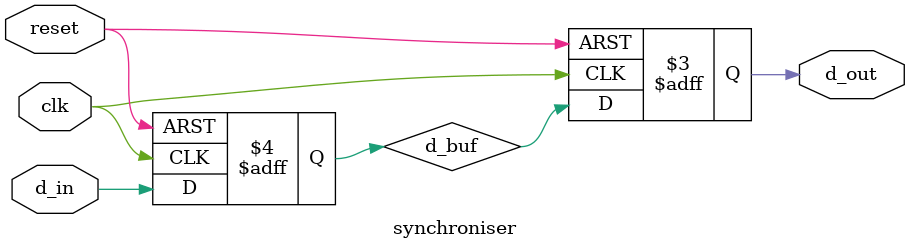
<source format=sv>
`ifndef SYNCHRONISER_SV
`define SYNCHRONISER_SV

`timescale 1ns / 1ps

module synchroniser #(
    parameter logic [31:0] WIDTH = 1
) (
    input logic clk,
    input logic reset,

    input  logic [WIDTH-1:0] d_in,
    output logic [WIDTH-1:0] d_out
);

    logic [WIDTH-1:0] d_buf;

    always @(posedge clk or negedge reset) begin
        if (!reset) begin
            d_buf <= '0;
            d_out <= '0;
        end else begin
            d_buf <= d_in;
            d_out <= d_buf;
        end
    end

`ifdef COCOTB_SIM
    initial begin
        $dumpfile("waveforms.vcd");
        $dumpvars(0, synchroniser);
        #1;
    end
`endif

endmodule

`endif

</source>
